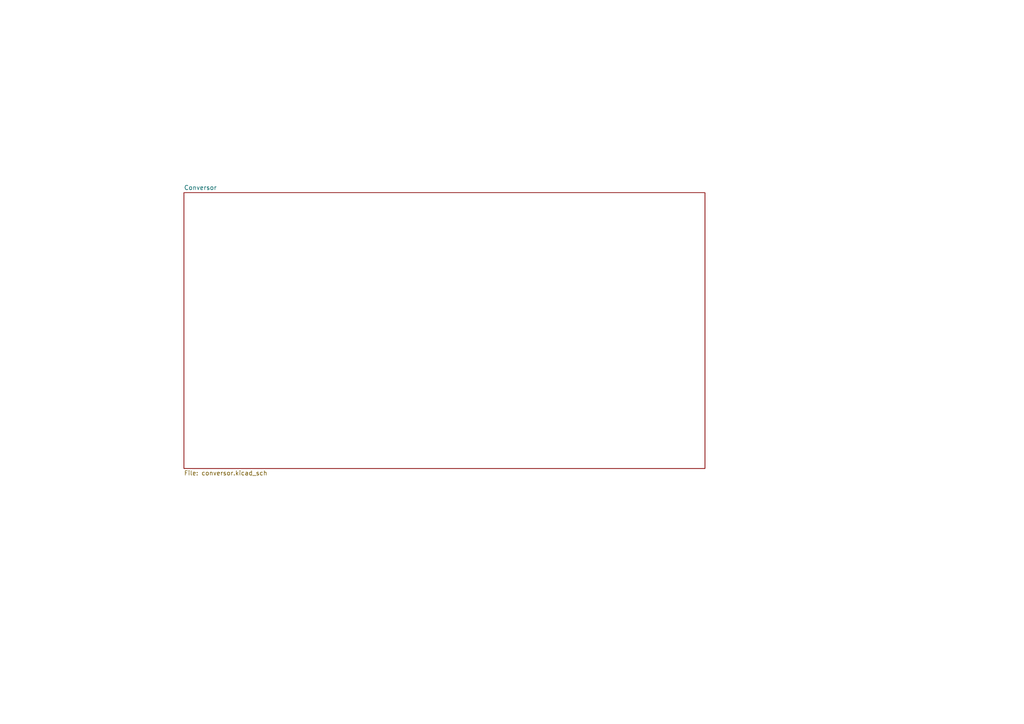
<source format=kicad_sch>
(kicad_sch
	(version 20250114)
	(generator "eeschema")
	(generator_version "9.0")
	(uuid "e60c11d9-ab9e-4760-a4a7-008fcec65a72")
	(paper "A4")
	(lib_symbols)
	(sheet
		(at 53.34 55.88)
		(size 151.13 80.01)
		(exclude_from_sim no)
		(in_bom yes)
		(on_board yes)
		(dnp no)
		(fields_autoplaced yes)
		(stroke
			(width 0.1524)
			(type solid)
		)
		(fill
			(color 0 0 0 0.0000)
		)
		(uuid "c6551446-5e26-4d9a-a5bc-1c867d865e21")
		(property "Sheetname" "Conversor"
			(at 53.34 55.1684 0)
			(effects
				(font
					(size 1.27 1.27)
				)
				(justify left bottom)
			)
		)
		(property "Sheetfile" "conversor.kicad_sch"
			(at 53.34 136.4746 0)
			(effects
				(font
					(size 1.27 1.27)
				)
				(justify left top)
			)
		)
		(instances
			(project "PCB_Conversor"
				(path "/e60c11d9-ab9e-4760-a4a7-008fcec65a72"
					(page "3")
				)
			)
		)
	)
	(sheet_instances
		(path "/"
			(page "1")
		)
	)
	(embedded_fonts no)
)

</source>
